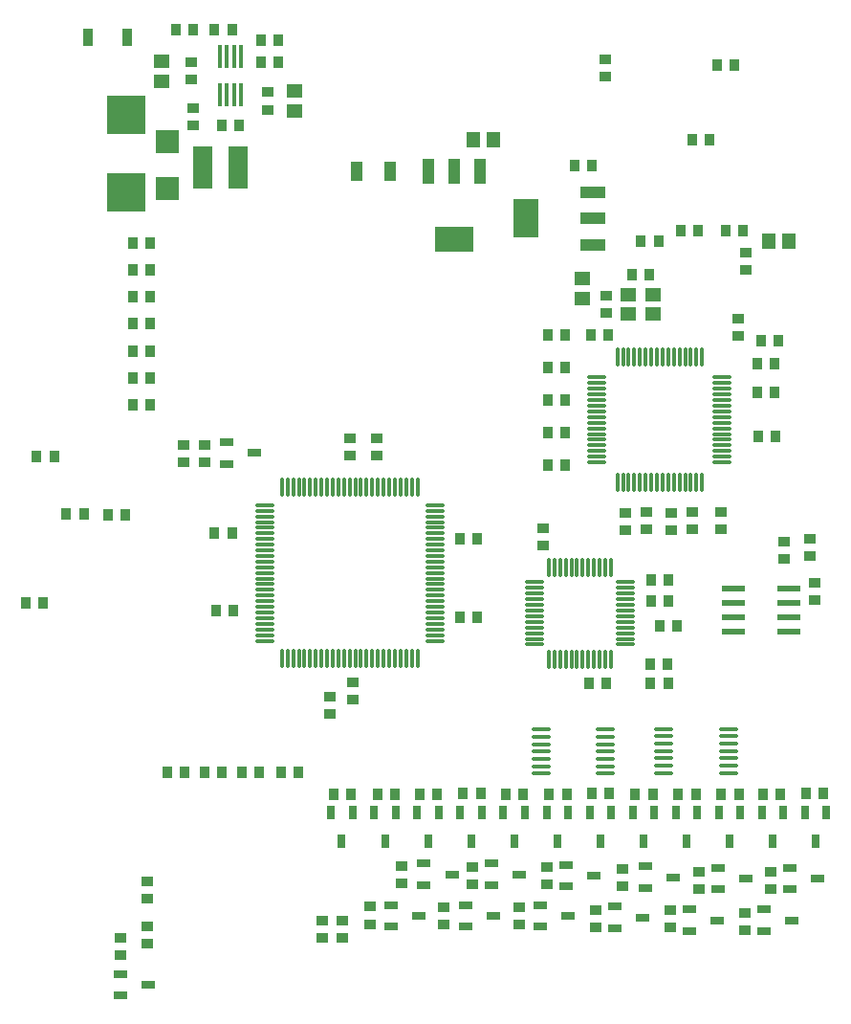
<source format=gbr>
%TF.GenerationSoftware,KiCad,Pcbnew,(5.1.4)-1*%
%TF.CreationDate,2019-11-01T19:47:46+08:00*%
%TF.ProjectId,AntennaSwitch_6x2,416e7465-6e6e-4615-9377-697463685f36,rev?*%
%TF.SameCoordinates,Original*%
%TF.FileFunction,Paste,Top*%
%TF.FilePolarity,Positive*%
%FSLAX46Y46*%
G04 Gerber Fmt 4.6, Leading zero omitted, Abs format (unit mm)*
G04 Created by KiCad (PCBNEW (5.1.4)-1) date 2019-11-01 19:47:46*
%MOMM*%
%LPD*%
G04 APERTURE LIST*
%ADD10O,1.700000X0.320000*%
%ADD11R,0.930000X0.980000*%
%ADD12R,1.130000X1.800000*%
%ADD13O,1.800000X0.280000*%
%ADD14O,0.280000X1.800000*%
%ADD15R,0.980000X0.930000*%
%ADD16R,1.000000X2.200000*%
%ADD17R,3.500000X2.200000*%
%ADD18R,0.900000X1.500000*%
%ADD19R,2.000000X2.000000*%
%ADD20R,2.200000X1.000000*%
%ADD21R,2.200000X3.500000*%
%ADD22R,1.160000X1.470000*%
%ADD23R,0.400000X2.000000*%
%ADD24R,2.000000X0.600000*%
%ADD25R,1.400000X1.200000*%
%ADD26R,1.250000X0.700000*%
%ADD27R,0.700000X1.250000*%
%ADD28R,1.780000X3.700000*%
%ADD29R,3.500000X3.500000*%
%ADD30R,1.470000X1.160000*%
G04 APERTURE END LIST*
D10*
X124465000Y-113620000D03*
X124465000Y-114270000D03*
X124465000Y-114920000D03*
X124465000Y-115570000D03*
X124465000Y-116220000D03*
X124465000Y-116870000D03*
X124465000Y-117520000D03*
X118765000Y-117520000D03*
X118765000Y-116870000D03*
X118765000Y-116220000D03*
X118765000Y-115570000D03*
X118765000Y-114920000D03*
X118765000Y-114270000D03*
X118765000Y-113620000D03*
X113594000Y-113671000D03*
X113594000Y-114321000D03*
X113594000Y-114971000D03*
X113594000Y-115621000D03*
X113594000Y-116271000D03*
X113594000Y-116921000D03*
X113594000Y-117571000D03*
X107894000Y-117571000D03*
X107894000Y-116921000D03*
X107894000Y-116271000D03*
X107894000Y-115621000D03*
X107894000Y-114971000D03*
X107894000Y-114321000D03*
X107894000Y-113671000D03*
D11*
X132850000Y-119329000D03*
X131310000Y-119329000D03*
X129091000Y-119380000D03*
X127551000Y-119380000D03*
X125382000Y-119380000D03*
X123842000Y-119380000D03*
X121580000Y-119380000D03*
X120040000Y-119380000D03*
X117762000Y-119380000D03*
X116222000Y-119380000D03*
X113902000Y-119329000D03*
X112362000Y-119329000D03*
X110142000Y-119380000D03*
X108602000Y-119380000D03*
X106282000Y-119380000D03*
X104742000Y-119380000D03*
X102522000Y-119329000D03*
X100982000Y-119329000D03*
X98661600Y-119380000D03*
X97121600Y-119380000D03*
X94945200Y-119380000D03*
X93405200Y-119380000D03*
X91041600Y-119380000D03*
X89501600Y-119380000D03*
D12*
X91524800Y-64262000D03*
X94504800Y-64262000D03*
D11*
X67381500Y-94615000D03*
X65841500Y-94615000D03*
X71064500Y-94678500D03*
X69524500Y-94678500D03*
D13*
X98482000Y-93822000D03*
X98482000Y-94322000D03*
X98482000Y-94822000D03*
X98482000Y-95322000D03*
X98482000Y-95822000D03*
X98482000Y-96322000D03*
X98482000Y-96822000D03*
X98482000Y-97322000D03*
X98482000Y-97822000D03*
X98482000Y-98322000D03*
X98482000Y-98822000D03*
X98482000Y-99322000D03*
X98482000Y-99822000D03*
X98482000Y-100322000D03*
X98482000Y-100822000D03*
X98482000Y-101322000D03*
X98482000Y-101822000D03*
X98482000Y-102322000D03*
X98482000Y-102822000D03*
X98482000Y-103322000D03*
X98482000Y-103822000D03*
X98482000Y-104322000D03*
X98482000Y-104822000D03*
X98482000Y-105322000D03*
X98482000Y-105822000D03*
D14*
X96932000Y-107372000D03*
X96432000Y-107372000D03*
X95932000Y-107372000D03*
X95432000Y-107372000D03*
X94932000Y-107372000D03*
X94432000Y-107372000D03*
X93932000Y-107372000D03*
X93432000Y-107372000D03*
X92932000Y-107372000D03*
X92432000Y-107372000D03*
X91932000Y-107372000D03*
X91432000Y-107372000D03*
X90932000Y-107372000D03*
X90432000Y-107372000D03*
X89932000Y-107372000D03*
X89432000Y-107372000D03*
X88932000Y-107372000D03*
X88432000Y-107372000D03*
X87932000Y-107372000D03*
X87432000Y-107372000D03*
X86932000Y-107372000D03*
X86432000Y-107372000D03*
X85932000Y-107372000D03*
X85432000Y-107372000D03*
X84932000Y-107372000D03*
D13*
X83382000Y-105822000D03*
X83382000Y-105322000D03*
X83382000Y-104822000D03*
X83382000Y-104322000D03*
X83382000Y-103822000D03*
X83382000Y-103322000D03*
X83382000Y-102822000D03*
X83382000Y-102322000D03*
X83382000Y-101822000D03*
X83382000Y-101322000D03*
X83382000Y-100822000D03*
X83382000Y-100322000D03*
X83382000Y-99822000D03*
X83382000Y-99322000D03*
X83382000Y-98822000D03*
X83382000Y-98322000D03*
X83382000Y-97822000D03*
X83382000Y-97322000D03*
X83382000Y-96822000D03*
X83382000Y-96322000D03*
X83382000Y-95822000D03*
X83382000Y-95322000D03*
X83382000Y-94822000D03*
X83382000Y-94322000D03*
X83382000Y-93822000D03*
D14*
X84932000Y-92272000D03*
X85432000Y-92272000D03*
X85932000Y-92272000D03*
X86432000Y-92272000D03*
X86932000Y-92272000D03*
X87432000Y-92272000D03*
X87932000Y-92272000D03*
X88432000Y-92272000D03*
X88932000Y-92272000D03*
X89432000Y-92272000D03*
X89932000Y-92272000D03*
X90432000Y-92272000D03*
X90932000Y-92272000D03*
X91432000Y-92272000D03*
X91932000Y-92272000D03*
X92432000Y-92272000D03*
X92932000Y-92272000D03*
X93432000Y-92272000D03*
X93932000Y-92272000D03*
X94432000Y-92272000D03*
X94932000Y-92272000D03*
X95432000Y-92272000D03*
X95932000Y-92272000D03*
X96432000Y-92272000D03*
X96932000Y-92272000D03*
D11*
X119126000Y-109601000D03*
X117586000Y-109601000D03*
D15*
X91186000Y-111006000D03*
X91186000Y-109466000D03*
D16*
X97903000Y-64310000D03*
D17*
X100203000Y-70310000D03*
D16*
X100203000Y-64310000D03*
X102503000Y-64310000D03*
D11*
X115943000Y-73406000D03*
X117483000Y-73406000D03*
D18*
X67725600Y-52476400D03*
X71225600Y-52476400D03*
D19*
X74803000Y-61654000D03*
X74803000Y-65854000D03*
D15*
X76943200Y-54652800D03*
X76943200Y-56192800D03*
X83699600Y-57294400D03*
X83699600Y-58834400D03*
D11*
X81142200Y-60248800D03*
X79602200Y-60248800D03*
D15*
X108077000Y-97425000D03*
X108077000Y-95885000D03*
X113665000Y-75303000D03*
X113665000Y-76843000D03*
X115316000Y-96020000D03*
X115316000Y-94480000D03*
D11*
X119896000Y-104521000D03*
X118356000Y-104521000D03*
X128549000Y-81280000D03*
X127009000Y-81280000D03*
X108467000Y-81629200D03*
X110007000Y-81629200D03*
X108467000Y-87407800D03*
X110007000Y-87407800D03*
X128676000Y-87757000D03*
X127136000Y-87757000D03*
D15*
X121280000Y-95994000D03*
X121280000Y-94454000D03*
D11*
X112260000Y-78740000D03*
X113800000Y-78740000D03*
X119174000Y-102311000D03*
X117634000Y-102311000D03*
X79121000Y-103124000D03*
X80661000Y-103124000D03*
X119096000Y-107874000D03*
X117556000Y-107874000D03*
D15*
X132080000Y-102243000D03*
X132080000Y-100703000D03*
X119380000Y-96020000D03*
X119380000Y-94480000D03*
D11*
X128549000Y-83820000D03*
X127009000Y-83820000D03*
D15*
X125349000Y-77335000D03*
X125349000Y-78875000D03*
D11*
X108467000Y-78740000D03*
X110007000Y-78740000D03*
X108471000Y-84518500D03*
X110011000Y-84518500D03*
X108472000Y-90297000D03*
X110012000Y-90297000D03*
D15*
X123795000Y-95994000D03*
X123795000Y-94454000D03*
X117191000Y-94453000D03*
X117191000Y-95993000D03*
X126001000Y-73025000D03*
X126001000Y-71485000D03*
D11*
X110871000Y-63754000D03*
X112411000Y-63754000D03*
X78978000Y-96266000D03*
X80518000Y-96266000D03*
D15*
X89154000Y-112284000D03*
X89154000Y-110744000D03*
D11*
X102251000Y-103759000D03*
X100711000Y-103759000D03*
X102251000Y-96774000D03*
X100711000Y-96774000D03*
D15*
X90932000Y-87876000D03*
X90932000Y-89416000D03*
X93345000Y-87876000D03*
X93345000Y-89416000D03*
D20*
X112499000Y-66178400D03*
D21*
X106499000Y-68478400D03*
D20*
X112499000Y-68478400D03*
X112499000Y-70778400D03*
D22*
X103633000Y-61468000D03*
X101853000Y-61468000D03*
D11*
X75520800Y-51765200D03*
X77060800Y-51765200D03*
D23*
X81342200Y-54093800D03*
X80702200Y-54093800D03*
X80042200Y-54093800D03*
X79402200Y-54093800D03*
X79402200Y-57513800D03*
X80042200Y-57513800D03*
X80702200Y-57513800D03*
X81342200Y-57513800D03*
D24*
X124931000Y-103759000D03*
X129831000Y-101219000D03*
X129831000Y-102489000D03*
X129831000Y-103759000D03*
X129831000Y-105029000D03*
X124931000Y-105029000D03*
X124931000Y-102489000D03*
X124931000Y-101219000D03*
D14*
X114066000Y-107453000D03*
X113566000Y-107453000D03*
X113066000Y-107453000D03*
X112566000Y-107453000D03*
X112066000Y-107453000D03*
X111566000Y-107453000D03*
X111066000Y-107453000D03*
X110566000Y-107453000D03*
X110066000Y-107453000D03*
X109566000Y-107453000D03*
X109066000Y-107453000D03*
X108566000Y-107453000D03*
D13*
X107266000Y-106153000D03*
X107266000Y-105653000D03*
X107266000Y-105153000D03*
X107266000Y-104653000D03*
X107266000Y-104153000D03*
X107266000Y-103653000D03*
X107266000Y-103153000D03*
X107266000Y-102653000D03*
X107266000Y-102153000D03*
X107266000Y-101653000D03*
X107266000Y-101153000D03*
X107266000Y-100653000D03*
D14*
X108566000Y-99353000D03*
X109066000Y-99353000D03*
X109566000Y-99353000D03*
X110066000Y-99353000D03*
X110566000Y-99353000D03*
X111066000Y-99353000D03*
X111566000Y-99353000D03*
X112066000Y-99353000D03*
X112566000Y-99353000D03*
X113066000Y-99353000D03*
X113566000Y-99353000D03*
X114066000Y-99353000D03*
D13*
X115366000Y-100653000D03*
X115366000Y-101153000D03*
X115366000Y-101653000D03*
X115366000Y-102153000D03*
X115366000Y-102653000D03*
X115366000Y-103153000D03*
X115366000Y-103653000D03*
X115366000Y-104153000D03*
X115366000Y-104653000D03*
X115366000Y-105153000D03*
X115366000Y-105653000D03*
X115366000Y-106153000D03*
X123935000Y-82533200D03*
X123935000Y-83033200D03*
X123935000Y-83533200D03*
X123935000Y-84033200D03*
X123935000Y-84533200D03*
X123935000Y-85033200D03*
X123935000Y-85533200D03*
X123935000Y-86033200D03*
X123935000Y-86533200D03*
X123935000Y-87033200D03*
X123935000Y-87533200D03*
X123935000Y-88033200D03*
X123935000Y-88533200D03*
X123935000Y-89033200D03*
X123935000Y-89533200D03*
X123935000Y-90033200D03*
D14*
X122135000Y-91833200D03*
X121635000Y-91833200D03*
X121135000Y-91833200D03*
X120635000Y-91833200D03*
X120135000Y-91833200D03*
X119635000Y-91833200D03*
X119135000Y-91833200D03*
X118635000Y-91833200D03*
X118135000Y-91833200D03*
X117635000Y-91833200D03*
X117135000Y-91833200D03*
X116635000Y-91833200D03*
X116135000Y-91833200D03*
X115635000Y-91833200D03*
X115135000Y-91833200D03*
X114635000Y-91833200D03*
D13*
X112835000Y-90033200D03*
X112835000Y-89533200D03*
X112835000Y-89033200D03*
X112835000Y-88533200D03*
X112835000Y-88033200D03*
X112835000Y-87533200D03*
X112835000Y-87033200D03*
X112835000Y-86533200D03*
X112835000Y-86033200D03*
X112835000Y-85533200D03*
X112835000Y-85033200D03*
X112835000Y-84533200D03*
X112835000Y-84033200D03*
X112835000Y-83533200D03*
X112835000Y-83033200D03*
X112835000Y-82533200D03*
D14*
X114635000Y-80733200D03*
X115135000Y-80733200D03*
X115635000Y-80733200D03*
X116135000Y-80733200D03*
X116635000Y-80733200D03*
X117135000Y-80733200D03*
X117635000Y-80733200D03*
X118135000Y-80733200D03*
X118635000Y-80733200D03*
X119135000Y-80733200D03*
X119635000Y-80733200D03*
X120135000Y-80733200D03*
X120635000Y-80733200D03*
X121135000Y-80733200D03*
X121635000Y-80733200D03*
X122135000Y-80733200D03*
D11*
X80507200Y-51765200D03*
X78967200Y-51765200D03*
X84622000Y-54660800D03*
X83082000Y-54660800D03*
X64770000Y-89500000D03*
X63230000Y-89500000D03*
X83082000Y-52679600D03*
X84622000Y-52679600D03*
D15*
X77070200Y-60264800D03*
X77070200Y-58724800D03*
X131699000Y-98306000D03*
X131699000Y-96766000D03*
D11*
X127373000Y-79248000D03*
X128913000Y-79248000D03*
X112133000Y-109601000D03*
X113673000Y-109601000D03*
X118270000Y-70500000D03*
X116730000Y-70500000D03*
X121770000Y-69500000D03*
X120230000Y-69500000D03*
X123436000Y-54856000D03*
X124976000Y-54856000D03*
D15*
X113538000Y-55888000D03*
X113538000Y-54348000D03*
D11*
X122770000Y-61500000D03*
X121230000Y-61500000D03*
X125770000Y-69500000D03*
X124230000Y-69500000D03*
D15*
X90297000Y-130548000D03*
X90297000Y-132088000D03*
D11*
X74795000Y-117475000D03*
X76335000Y-117475000D03*
X78097000Y-117475000D03*
X79637000Y-117475000D03*
D15*
X78105000Y-90051000D03*
X78105000Y-88511000D03*
D11*
X71747000Y-80179300D03*
X73287000Y-80179300D03*
X71747000Y-73003800D03*
X73287000Y-73003800D03*
D15*
X76200000Y-90051000D03*
X76200000Y-88511000D03*
D11*
X71747000Y-77787500D03*
X73287000Y-77787500D03*
X71747000Y-75395700D03*
X73287000Y-75395700D03*
D15*
X129413000Y-97020000D03*
X129413000Y-98560000D03*
D11*
X117594000Y-100457000D03*
X119134000Y-100457000D03*
D15*
X128207000Y-126230000D03*
X128207000Y-127770000D03*
X125921000Y-129913000D03*
X125921000Y-131453000D03*
X121857000Y-126230000D03*
X121857000Y-127770000D03*
X119317000Y-129659000D03*
X119317000Y-131199000D03*
X115126000Y-125976000D03*
X115126000Y-127516000D03*
X112713000Y-129659000D03*
X112713000Y-131199000D03*
X108395000Y-125849000D03*
X108395000Y-127389000D03*
X105982000Y-129397000D03*
X105982000Y-130937000D03*
X101791000Y-125849000D03*
X101791000Y-127389000D03*
X99251000Y-129405000D03*
X99251000Y-130945000D03*
X95568000Y-125722000D03*
X95568000Y-127262000D03*
X92774000Y-129357000D03*
X92774000Y-130897000D03*
D11*
X63770000Y-102500000D03*
X62230000Y-102500000D03*
D15*
X70612000Y-132097000D03*
X70612000Y-133637000D03*
X73025000Y-131056000D03*
X73025000Y-132596000D03*
X73025000Y-127119000D03*
X73025000Y-128659000D03*
X88519000Y-130548000D03*
X88519000Y-132088000D03*
D11*
X84828000Y-117475000D03*
X86368000Y-117475000D03*
X81399000Y-117475000D03*
X82939000Y-117475000D03*
X71747000Y-70612000D03*
X73287000Y-70612000D03*
X71747000Y-84963000D03*
X73287000Y-84963000D03*
X71747000Y-82571200D03*
X73287000Y-82571200D03*
D25*
X117834000Y-75222400D03*
X115634000Y-75222400D03*
X115634000Y-76922400D03*
X117834000Y-76922400D03*
D26*
X132378000Y-126873000D03*
X129878000Y-127823000D03*
X129878000Y-125923000D03*
X130092000Y-130556000D03*
X127592000Y-131506000D03*
X127592000Y-129606000D03*
X126028000Y-126873000D03*
X123528000Y-127823000D03*
X123528000Y-125923000D03*
X123488000Y-130556000D03*
X120988000Y-131506000D03*
X120988000Y-129606000D03*
X119614000Y-126746000D03*
X117114000Y-127696000D03*
X117114000Y-125796000D03*
X116884000Y-130302000D03*
X114384000Y-131252000D03*
X114384000Y-129352000D03*
X112566000Y-126619000D03*
X110066000Y-127569000D03*
X110066000Y-125669000D03*
X110280000Y-130175000D03*
X107780000Y-131125000D03*
X107780000Y-129225000D03*
X105962000Y-126492000D03*
X103462000Y-127442000D03*
X103462000Y-125542000D03*
X103676000Y-130175000D03*
X101176000Y-131125000D03*
X101176000Y-129225000D03*
X99993000Y-126492000D03*
X97493000Y-127442000D03*
X97493000Y-125542000D03*
X97072000Y-130175000D03*
X94572000Y-131125000D03*
X94572000Y-129225000D03*
D27*
X132207000Y-123551000D03*
X131257000Y-121051000D03*
X133157000Y-121051000D03*
X128391000Y-123551000D03*
X127441000Y-121051000D03*
X129341000Y-121051000D03*
X124576000Y-123551000D03*
X123626000Y-121051000D03*
X125526000Y-121051000D03*
X120760000Y-123551000D03*
X119810000Y-121051000D03*
X121710000Y-121051000D03*
X116944000Y-123551000D03*
X115994000Y-121051000D03*
X117894000Y-121051000D03*
X113128000Y-123551000D03*
X112178000Y-121051000D03*
X114078000Y-121051000D03*
X109313000Y-123551000D03*
X108363000Y-121051000D03*
X110263000Y-121051000D03*
X105497000Y-123551000D03*
X104547000Y-121051000D03*
X106447000Y-121051000D03*
X101681000Y-123551000D03*
X100731000Y-121051000D03*
X102631000Y-121051000D03*
X97865500Y-123551000D03*
X96915500Y-121051000D03*
X98815500Y-121051000D03*
X94049700Y-123551000D03*
X93099700Y-121051000D03*
X94999700Y-121051000D03*
X90234000Y-123551000D03*
X89284000Y-121051000D03*
X91184000Y-121051000D03*
D26*
X73132000Y-136271000D03*
X70632000Y-137221000D03*
X70632000Y-135321000D03*
X82510000Y-89220000D03*
X80010000Y-90170000D03*
X80010000Y-88270000D03*
D28*
X77898200Y-63931800D03*
X81068200Y-63931800D03*
D29*
X71120000Y-66138000D03*
X71120000Y-59338000D03*
D30*
X86087200Y-57174400D03*
X86087200Y-58954400D03*
X74276200Y-54532800D03*
X74276200Y-56312800D03*
D22*
X129812000Y-70485000D03*
X128032000Y-70485000D03*
D30*
X111506000Y-75566000D03*
X111506000Y-73786000D03*
M02*

</source>
